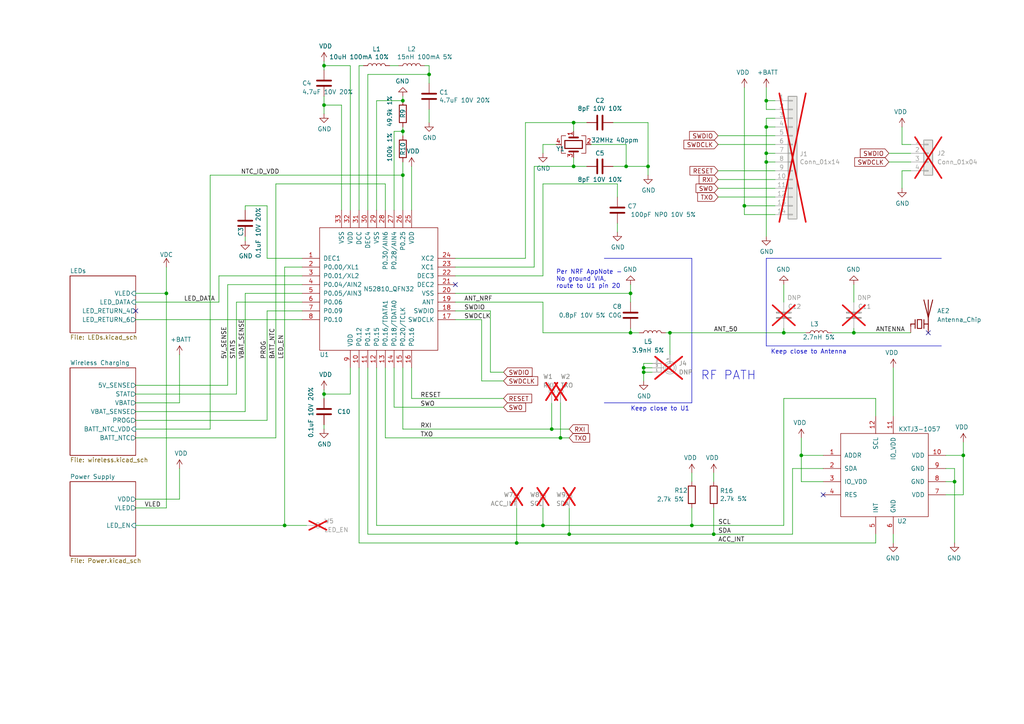
<source format=kicad_sch>
(kicad_sch (version 20231120) (generator "eeschema") (generator_version "8.0")
  (paper "A4")
  (title_block (title "Pixels D6 Schematic, Main") (date "2022-08-26") (rev "3") (company "Systemic Games, LLC") (comment 1 "Main MCU, Accelerometer and RF"))
  (lib_symbols
    (symbol "Connector_Generic:Conn_01x04" (pin_names (offset 1.016) hide)
      (property "Reference" "J" (at 0 5.08 0))
      (property "Value" "Conn_01x04" (at 0 -7.62 0))
      (symbol "Conn_01x04_1_1"
        (rectangle (start -1.27 -4.953) (end 0 -5.207) (stroke (width 0.1524)))
        (rectangle (start -1.27 -2.413) (end 0 -2.667) (stroke (width 0.1524)))
        (rectangle (start -1.27 0.127) (end 0 -0.127) (stroke (width 0.1524)))
        (rectangle (start -1.27 2.667) (end 0 2.413) (stroke (width 0.1524)))
        (rectangle (start -1.27 3.81) (end 1.27 -6.35) (stroke (width 0.254)) (fill (type background)))
        (pin passive line (at -5.08 2.54 0) (length 3.81) (name "Pin_1") (number "1"))
        (pin passive line (at -5.08 0 0) (length 3.81) (name "Pin_2") (number "2"))
        (pin passive line (at -5.08 -2.54 0) (length 3.81) (name "Pin_3") (number "3"))
        (pin passive line (at -5.08 -5.08 0) (length 3.81) (name "Pin_4") (number "4"))
      )
    )
    (symbol "Connector_Generic:Conn_01x14" (pin_names (offset 1.016) hide)
      (property "Reference" "J" (at 0 17.78 0))
      (property "Value" "Conn_01x14" (at 0 -20.32 0))
      (symbol "Conn_01x14_1_1"
        (rectangle (start -1.27 -17.653) (end 0 -17.907) (stroke (width 0.1524)))
        (rectangle (start -1.27 -15.113) (end 0 -15.367) (stroke (width 0.1524)))
        (rectangle (start -1.27 -12.573) (end 0 -12.827) (stroke (width 0.1524)))
        (rectangle (start -1.27 -10.033) (end 0 -10.287) (stroke (width 0.1524)))
        (rectangle (start -1.27 -7.493) (end 0 -7.747) (stroke (width 0.1524)))
        (rectangle (start -1.27 -4.953) (end 0 -5.207) (stroke (width 0.1524)))
        (rectangle (start -1.27 -2.413) (end 0 -2.667) (stroke (width 0.1524)))
        (rectangle (start -1.27 0.127) (end 0 -0.127) (stroke (width 0.1524)))
        (rectangle (start -1.27 2.667) (end 0 2.413) (stroke (width 0.1524)))
        (rectangle (start -1.27 5.207) (end 0 4.953) (stroke (width 0.1524)))
        (rectangle (start -1.27 7.747) (end 0 7.493) (stroke (width 0.1524)))
        (rectangle (start -1.27 10.287) (end 0 10.033) (stroke (width 0.1524)))
        (rectangle (start -1.27 12.827) (end 0 12.573) (stroke (width 0.1524)))
        (rectangle (start -1.27 15.367) (end 0 15.113) (stroke (width 0.1524)))
        (rectangle (start -1.27 16.51) (end 1.27 -19.05) (stroke (width 0.254)) (fill (type background)))
        (pin passive line (at -5.08 15.24 0) (length 3.81) (name "Pin_1") (number "1"))
        (pin passive line (at -5.08 -7.62 0) (length 3.81) (name "Pin_10") (number "10"))
        (pin passive line (at -5.08 -10.16 0) (length 3.81) (name "Pin_11") (number "11"))
        (pin passive line (at -5.08 -12.7 0) (length 3.81) (name "Pin_12") (number "12"))
        (pin passive line (at -5.08 -15.24 0) (length 3.81) (name "Pin_13") (number "13"))
        (pin passive line (at -5.08 -17.78 0) (length 3.81) (name "Pin_14") (number "14"))
        (pin passive line (at -5.08 12.7 0) (length 3.81) (name "Pin_2") (number "2"))
        (pin passive line (at -5.08 10.16 0) (length 3.81) (name "Pin_3") (number "3"))
        (pin passive line (at -5.08 7.62 0) (length 3.81) (name "Pin_4") (number "4"))
        (pin passive line (at -5.08 5.08 0) (length 3.81) (name "Pin_5") (number "5"))
        (pin passive line (at -5.08 2.54 0) (length 3.81) (name "Pin_6") (number "6"))
        (pin passive line (at -5.08 0 0) (length 3.81) (name "Pin_7") (number "7"))
        (pin passive line (at -5.08 -2.54 0) (length 3.81) (name "Pin_8") (number "8"))
        (pin passive line (at -5.08 -5.08 0) (length 3.81) (name "Pin_9") (number "9"))
      )
    )
    (symbol "Device:Antenna_Chip" (pin_numbers hide) (pin_names (offset 1.016) hide)
      (property "Reference" "AE" (at 0 5.08 0))
      (property "Value" "Antenna_Chip" (at 0 3.175 0))
      (symbol "Antenna_Chip_0_1"
        (polyline (pts (xy -2.54 0) (xy -2.54 -0.635)) (stroke (width 0.254)))
        (polyline (pts (xy -2.54 0) (xy -1.27 0)) (stroke (width 0.254)))
        (polyline (pts (xy 1.27 0) (xy 2.54 0)) (stroke (width 0.254)))
        (polyline (pts (xy 1.27 1.27) (xy 1.27 -1.27)) (stroke (width 0.254)))
        (polyline (pts (xy 2.54 -0.635) (xy 2.54 0)))
        (polyline (pts (xy 2.54 6.985) (xy 2.54 -1.905)) (stroke (width 0.254)))
        (polyline (pts (xy -1.27 1.27) (xy -1.27 -1.27) (xy -1.27 0)) (stroke (width 0.254)))
        (polyline (pts (xy 3.81 6.985) (xy 2.54 1.905) (xy 1.27 6.985)) (stroke (width 0.254)))
        (polyline (pts (xy -0.635 1.27) (xy 0.635 1.27) (xy 0.635 -1.27) (xy -0.635 -1.27) (xy -0.635 1.27)) (stroke (width 0.254)))
      )
      (symbol "Antenna_Chip_1_1"
        (pin input line (at -2.54 -2.54 90) (length 2.54) (name "FEED") (number "1"))
        (pin passive line (at 2.54 -2.54 90) (length 2.54) (name "PCB_Trace") (number "2"))
      )
    )
    (symbol "Device:C" (pin_numbers hide) (pin_names (offset 0.254))
      (property "Reference" "C" (at 0.635 2.54 0))
      (property "Value" "C" (at 0.635 -2.54 0))
      (symbol "C_0_1"
        (polyline (pts (xy -2.032 -0.762) (xy 2.032 -0.762)) (stroke (width 0.508)))
        (polyline (pts (xy -2.032 0.762) (xy 2.032 0.762)) (stroke (width 0.508)))
      )
      (symbol "C_1_1"
        (pin passive line (at 0 3.81 270) (length 2.794) (name "~") (number "1"))
        (pin passive line (at 0 -3.81 90) (length 2.794) (name "~") (number "2"))
      )
    )
    (symbol "Device:Crystal_GND24" (pin_names (offset 1.016) hide)
      (property "Reference" "Y" (at 3.175 5.08 0))
      (property "Value" "Crystal_GND24" (at 3.175 3.175 0))
      (symbol "Crystal_GND24_0_1"
        (rectangle (start -1.143 2.54) (end 1.143 -2.54) (stroke (width 0.3048)))
        (polyline (pts (xy -2.54 0) (xy -2.032 0)))
        (polyline (pts (xy -2.032 -1.27) (xy -2.032 1.27)) (stroke (width 0.508)))
        (polyline (pts (xy 0 -3.81) (xy 0 -3.556)))
        (polyline (pts (xy 0 3.556) (xy 0 3.81)))
        (polyline (pts (xy 2.032 -1.27) (xy 2.032 1.27)) (stroke (width 0.508)))
        (polyline (pts (xy 2.032 0) (xy 2.54 0)))
        (polyline (pts (xy -2.54 -2.286) (xy -2.54 -3.556) (xy 2.54 -3.556) (xy 2.54 -2.286)))
        (polyline (pts (xy -2.54 2.286) (xy -2.54 3.556) (xy 2.54 3.556) (xy 2.54 2.286)))
      )
      (symbol "Crystal_GND24_1_1"
        (pin passive line (at -3.81 0 0) (length 1.27) (name "1") (number "1"))
        (pin passive line (at 0 5.08 270) (length 1.27) (name "2") (number "2"))
        (pin passive line (at 3.81 0 180) (length 1.27) (name "3") (number "3"))
        (pin passive line (at 0 -5.08 90) (length 1.27) (name "4") (number "4"))
      )
    )
    (symbol "Device:L" (pin_numbers hide) (pin_names (offset 1.016) hide)
      (property "Reference" "L" (at -1.27 0 90))
      (property "Value" "L" (at 1.905 0 90))
      (symbol "L_0_1"
        (arc (start 0 -2.54) (mid 0.6323 -1.905) (end 0 -1.27))
        (arc (start 0 -1.27) (mid 0.6323 -0.635) (end 0 0))
        (arc (start 0 0) (mid 0.6323 0.635) (end 0 1.27))
        (arc (start 0 1.27) (mid 0.6323 1.905) (end 0 2.54))
      )
      (symbol "L_1_1"
        (pin passive line (at 0 3.81 270) (length 1.27) (name "1") (number "1"))
        (pin passive line (at 0 -3.81 90) (length 1.27) (name "2") (number "2"))
      )
    )
    (symbol "Device:R" (pin_numbers hide) (pin_names (offset 0))
      (property "Reference" "R" (at 2.032 0 90))
      (property "Value" "R" (at 0 0 90))
      (symbol "R_0_1"
        (rectangle (start -1.016 -2.54) (end 1.016 2.54) (stroke (width 0.254)))
      )
      (symbol "R_1_1"
        (pin passive line (at 0 3.81 270) (length 1.27) (name "~") (number "1"))
        (pin passive line (at 0 -3.81 90) (length 1.27) (name "~") (number "2"))
      )
    )
    (symbol "Pixels-dice:KXTJ3-1057" (pin_names (offset 1.016))
      (property "Reference" "U" (at 10.16 -12.7 0))
      (property "Value" "KXTJ3-1057" (at 8.89 13.97 0))
      (symbol "KXTJ3-1057_0_1"
        (rectangle (start -12.7 12.7) (end 12.7 -11.43))
      )
      (symbol "KXTJ3-1057_1_1"
        (pin input line (at -17.78 6.35 0) (length 5.08) (name "ADDR") (number "1"))
        (pin power_in line (at 17.78 6.35 180) (length 5.08) (name "VDD") (number "10"))
        (pin power_in line (at 2.54 17.78 270) (length 5.08) (name "IO_VDD") (number "11"))
        (pin input line (at -2.54 17.78 270) (length 5.08) (name "SCL") (number "12"))
        (pin bidirectional line (at -17.78 2.54 0) (length 5.08) (name "SDA") (number "2"))
        (pin power_in line (at -17.78 -1.27 0) (length 5.08) (name "IO_VDD") (number "3"))
        (pin passive line (at -17.78 -5.08 0) (length 5.08) (name "RES") (number "4"))
        (pin output line (at -2.54 -16.51 90) (length 5.08) (name "INT") (number "5"))
        (pin power_in line (at 2.54 -16.51 90) (length 5.08) (name "GND") (number "6"))
        (pin power_in line (at 17.78 -5.08 180) (length 5.08) (name "VDD") (number "7"))
        (pin power_in line (at 17.78 -1.27 180) (length 5.08) (name "GND") (number "8"))
        (pin power_in line (at 17.78 2.54 180) (length 5.08) (name "GND") (number "9"))
      )
    )
    (symbol "Pixels-dice:N52810_QFN32" (pin_names (offset 1.016))
      (property "Reference" "U" (at 13.97 -19.05 0))
      (property "Value" "N52810_QFN32" (at 2.54 0 0))
      (symbol "N52810_QFN32_0_1"
        (rectangle (start -17.78 17.78) (end 16.51 -17.78))
      )
      (symbol "N52810_QFN32_1_1"
        (pin power_out line (at -22.86 8.89 0) (length 5.08) (name "DEC1") (number "1"))
        (pin bidirectional line (at -6.35 -22.86 90) (length 5.08) (name "P0.12") (number "10"))
        (pin bidirectional line (at -3.81 -22.86 90) (length 5.08) (name "P0.14") (number "11"))
        (pin bidirectional line (at -1.27 -22.86 90) (length 5.08) (name "P0.15") (number "12"))
        (pin bidirectional line (at 1.27 -22.86 90) (length 5.08) (name "P0.16/TDATA1") (number "13"))
        (pin bidirectional line (at 3.81 -22.86 90) (length 5.08) (name "P0.18/TDATA0") (number "14"))
        (pin bidirectional line (at 6.35 -22.86 90) (length 5.08) (name "P0.20/TCLK") (number "15"))
        (pin bidirectional line (at 8.89 -22.86 90) (length 5.08) (name "P0.16") (number "16"))
        (pin bidirectional line (at 21.59 -8.89 180) (length 5.08) (name "SWDCLK") (number "17"))
        (pin bidirectional line (at 21.59 -6.35 180) (length 5.08) (name "SWDIO") (number "18"))
        (pin output line (at 21.59 -3.81 180) (length 5.08) (name "ANT") (number "19"))
        (pin bidirectional line (at -22.86 6.35 0) (length 5.08) (name "P0.00/XL1") (number "2"))
        (pin output line (at 21.59 -1.27 180) (length 5.08) (name "VSS") (number "20"))
        (pin output line (at 21.59 1.27 180) (length 5.08) (name "DEC2") (number "21"))
        (pin output line (at 21.59 3.81 180) (length 5.08) (name "DEC3") (number "22"))
        (pin output line (at 21.59 6.35 180) (length 5.08) (name "XC1") (number "23"))
        (pin input line (at 21.59 8.89 180) (length 5.08) (name "XC2") (number "24"))
        (pin power_in line (at 8.89 22.86 270) (length 5.08) (name "VDD") (number "25"))
        (pin bidirectional line (at 6.35 22.86 270) (length 5.08) (name "P0.25") (number "26"))
        (pin bidirectional line (at 3.81 22.86 270) (length 5.08) (name "P0.28/AIN4") (number "27"))
        (pin bidirectional line (at 1.27 22.86 270) (length 5.08) (name "P0.30/AIN6") (number "28"))
        (pin power_in line (at -1.27 22.86 270) (length 5.08) (name "VSS") (number "29"))
        (pin bidirectional line (at -22.86 3.81 0) (length 5.08) (name "P0.01/XL2") (number "3"))
        (pin output line (at -3.81 22.86 270) (length 5.08) (name "DEC4") (number "30"))
        (pin output line (at -6.35 22.86 270) (length 5.08) (name "DCC") (number "31"))
        (pin power_in line (at -8.89 22.86 270) (length 5.08) (name "VDD") (number "32"))
        (pin power_in line (at -11.43 22.86 270) (length 5.08) (name "VSS") (number "33"))
        (pin bidirectional line (at -22.86 1.27 0) (length 5.08) (name "P0.04/AIN2") (number "4"))
        (pin bidirectional line (at -22.86 -1.27 0) (length 5.08) (name "P0.05/AIN3") (number "5"))
        (pin bidirectional line (at -22.86 -3.81 0) (length 5.08) (name "P0.06") (number "6"))
        (pin bidirectional line (at -22.86 -6.35 0) (length 5.08) (name "P0.09") (number "7"))
        (pin bidirectional line (at -22.86 -8.89 0) (length 5.08) (name "P0.10") (number "8"))
        (pin power_in line (at -8.89 -22.86 90) (length 5.08) (name "VDD") (number "9"))
      )
    )
    (symbol "Pixels-dice:TEST_1P-conn" (pin_numbers hide) (pin_names (offset 0.762) hide) (in_bom no)
      (property "Reference" "W" (at 0 6.858 0))
      (property "Value" "TEST_1P-conn" (at 0 5.08 0))
      (symbol "TEST_1P-conn_0_1"
        (circle (center 0 3.302) (radius 0.762))
      )
      (symbol "TEST_1P-conn_1_1"
        (pin passive line (at 0 0 90) (length 2.54) (name "1") (number "1"))
      )
    )
    (symbol "Pixels-dice:W.FL"
      (property "Reference" "J" (at 3.81 -1.27 0))
      (property "Value" "W.FL" (at 4.445 1.27 0))
      (symbol "W.FL_0_1"
        (polyline (pts (xy -1.27 -2.54) (xy 1.27 -2.54)))
        (polyline (pts (xy 0 -2.54) (xy 0 -1.905)))
        (circle (center 0 0) (radius 1.27))
        (circle (center 0 0) (radius 1.7961))
      )
      (symbol "W.FL_1_1"
        (pin passive line (at 1.27 -5.08 90) (length 2.54) (name "") (number "1"))
        (pin passive line (at -1.27 -5.08 90) (length 2.54) (name "") (number "2"))
        (pin passive line (at 0 -5.08 90) (length 2.54) (name "") (number "3"))
        (pin passive line (at -3.81 0 0) (length 2.54) (name "RF") (number "4"))
      )
    )
    (symbol "TEST_1P-conn_1" (pin_numbers hide) (pin_names (offset 0.762) hide) (in_bom no)
      (property "Reference" "W" (at 0 6.858 0))
      (property "Value" "TEST_1P-conn_1" (at 0 5.08 0))
      (symbol "TEST_1P-conn_1_0_1"
        (circle (center 0 3.302) (radius 0.762))
      )
      (symbol "TEST_1P-conn_1_1_1"
        (pin passive line (at 0 0 90) (length 2.54) (name "1") (number "1"))
      )
    )
    (symbol "TEST_1P-conn_2" (pin_numbers hide) (pin_names (offset 0.762) hide) (in_bom no)
      (property "Reference" "W" (at 0 6.858 0))
      (property "Value" "TEST_1P-conn_2" (at 0 5.08 0))
      (symbol "TEST_1P-conn_2_0_1"
        (circle (center 0 3.302) (radius 0.762))
      )
      (symbol "TEST_1P-conn_2_1_1"
        (pin passive line (at 0 0 90) (length 2.54) (name "1") (number "1"))
      )
    )
    (symbol "TEST_1P-conn_3" (pin_numbers hide) (pin_names (offset 0.762) hide) (in_bom no)
      (property "Reference" "W" (at 0 6.858 0))
      (property "Value" "TEST_1P-conn_3" (at 0 5.08 0))
      (symbol "TEST_1P-conn_3_0_1"
        (circle (center 0 3.302) (radius 0.762))
      )
      (symbol "TEST_1P-conn_3_1_1"
        (pin passive line (at 0 0 90) (length 2.54) (name "1") (number "1"))
      )
    )
    (symbol "TEST_1P-conn_4" (pin_numbers hide) (pin_names (offset 0.762) hide) (in_bom no)
      (property "Reference" "W" (at 0 6.858 0))
      (property "Value" "TEST_1P-conn_4" (at 0 5.08 0))
      (symbol "TEST_1P-conn_4_0_1"
        (circle (center 0 3.302) (radius 0.762))
      )
      (symbol "TEST_1P-conn_4_1_1"
        (pin passive line (at 0 0 90) (length 2.54) (name "1") (number "1"))
      )
    )
    (symbol "TEST_1P-conn_5" (pin_numbers hide) (pin_names (offset 0.762) hide) (in_bom no)
      (property "Reference" "W" (at 0 6.858 0))
      (property "Value" "TEST_1P-conn_5" (at 0 5.08 0))
      (symbol "TEST_1P-conn_5_0_1"
        (circle (center 0 3.302) (radius 0.762))
      )
      (symbol "TEST_1P-conn_5_1_1"
        (pin passive line (at 0 0 90) (length 2.54) (name "1") (number "1"))
      )
    )
    (symbol "power:+BATT" (power) (pin_names (offset 0))
      (property "Value" "+BATT" (at 0 3.556 0))
      (symbol "+BATT_0_1"
        (polyline (pts (xy -0.762 1.27) (xy 0 2.54)))
        (polyline (pts (xy 0 0) (xy 0 2.54)))
        (polyline (pts (xy 0 2.54) (xy 0.762 1.27)))
      )
      (symbol "+BATT_1_1"
        (pin power_in line (at 0 0 90) (length 0) hide (name "+BATT") (number "1"))
      )
    )
    (symbol "power:GND" (power) (pin_names (offset 0))
      (property "Value" "GND" (at 0 -3.81 0))
      (symbol "GND_0_1"
        (polyline (pts (xy 0 0) (xy 0 -1.27) (xy 1.27 -1.27) (xy 0 -2.54) (xy -1.27 -1.27) (xy 0 -1.27)))
      )
      (symbol "GND_1_1"
        (pin power_in line (at 0 0 270) (length 0) hide (name "GND") (number "1"))
      )
    )
    (symbol "power:VDC" (power) (pin_names (offset 0))
      (property "Value" "VDC" (at 0 6.35 0))
      (symbol "VDC_0_1"
        (polyline (pts (xy -0.762 1.27) (xy 0 2.54)))
        (polyline (pts (xy 0 0) (xy 0 2.54)))
        (polyline (pts (xy 0 2.54) (xy 0.762 1.27)))
      )
      (symbol "VDC_1_1"
        (pin power_in line (at 0 0 90) (length 0) hide (name "VDC") (number "1"))
      )
    )
    (symbol "power:VDD" (power) (pin_names (offset 0))
      (property "Value" "VDD" (at 0 3.81 0))
      (symbol "VDD_0_1"
        (polyline (pts (xy -0.762 1.27) (xy 0 2.54)))
        (polyline (pts (xy 0 0) (xy 0 2.54)))
        (polyline (pts (xy 0 2.54) (xy 0.762 1.27)))
      )
      (symbol "VDD_1_1"
        (pin power_in line (at 0 0 90) (length 0) hide (name "VDD") (number "1"))
      )
    )
  )
  (junction (at 279.4 132.08))
  (junction (at 227.33 96.52))
  (junction (at 181.61 48.26))
  (junction (at 276.86 139.7))
  (junction (at 93.98 30.48))
  (junction (at 116.84 50.8))
  (junction (at 93.98 19.05))
  (junction (at 194.31 96.52))
  (junction (at 116.84 38.1))
  (junction (at 186.69 106.68))
  (junction (at 166.37 48.26))
  (junction (at 149.86 157.48))
  (junction (at 165.1 154.94))
  (junction (at 207.01 154.94))
  (junction (at 222.25 36.83))
  (junction (at 93.98 114.3))
  (junction (at 182.88 85.09))
  (junction (at 82.55 152.4))
  (junction (at 222.25 44.45))
  (junction (at 116.84 29.21))
  (junction (at 222.25 29.21))
  (junction (at 187.96 48.26))
  (junction (at 222.25 46.99))
  (junction (at 48.26 85.09))
  (junction (at 162.56 127))
  (junction (at 124.46 21.59))
  (junction (at 232.41 132.08))
  (junction (at 215.9 59.69))
  (junction (at 157.48 152.4))
  (junction (at 182.88 96.52))
  (junction (at 186.69 107.95))
  (junction (at 160.02 124.46))
  (junction (at 200.66 152.4))
  (junction (at 166.37 35.56))
  (junction (at 247.65 96.52))
  (no_connect (at 132.08 82.55))
  (no_connect (at 238.76 143.51))
  (no_connect (at 269.24 96.52))
  (no_connect (at 39.37 90.17))
  (wire (pts (xy 99.06 30.48) (xy 93.98 30.48)))
  (wire (pts (xy 99.06 60.96) (xy 99.06 30.48)))
  (wire (pts (xy 222.25 34.29) (xy 222.25 36.83)))
  (wire (pts (xy 207.01 137.16) (xy 207.01 139.7)))
  (wire (pts (xy 193.04 96.52) (xy 194.31 96.52)))
  (wire (pts (xy 60.96 50.8) (xy 60.96 124.46)))
  (wire (pts (xy 149.86 147.32) (xy 149.86 157.48)))
  (wire (pts (xy 109.22 29.21) (xy 109.22 60.96)))
  (wire (pts (xy 181.61 41.91) (xy 181.61 48.26)))
  (wire (pts (xy 154.94 77.47) (xy 154.94 48.26)))
  (wire (pts (xy 93.98 19.05) (xy 93.98 20.32)))
  (wire (pts (xy 232.41 139.7) (xy 232.41 132.08)))
  (wire (pts (xy 279.4 143.51) (xy 274.32 143.51)))
  (wire (pts (xy 101.6 19.05) (xy 93.98 19.05)))
  (wire (pts (xy 177.8 48.26) (xy 181.61 48.26)))
  (wire (pts (xy 157.48 80.01) (xy 132.08 80.01)))
  (wire (pts (xy 139.7 110.49) (xy 146.05 110.49)))
  (wire (pts (xy 132.08 74.93) (xy 152.4 74.93)))
  (wire (pts (xy 238.76 135.89) (xy 229.87 135.89)))
  (wire (pts (xy 106.68 154.94) (xy 106.68 106.68)))
  (wire (pts (xy 261.62 49.53) (xy 264.16 49.53)))
  (wire (pts (xy 207.01 147.32) (xy 207.01 154.94)))
  (wire (pts (xy 241.3 96.52) (xy 247.65 96.52)))
  (wire (pts (xy 257.81 46.99) (xy 264.16 46.99)))
  (wire (pts (xy 189.23 106.68) (xy 186.69 106.68)))
  (wire (pts (xy 187.96 35.56) (xy 187.96 48.26)))
  (wire (pts (xy 224.79 46.99) (xy 222.25 46.99)))
  (wire (pts (xy 160.02 124.46) (xy 165.1 124.46)))
  (wire (pts (xy 166.37 35.56) (xy 170.18 35.56)))
  (wire (pts (xy 259.08 154.94) (xy 259.08 157.48)))
  (wire (pts (xy 39.37 114.3) (xy 68.58 114.3)))
  (wire (pts (xy 208.28 41.91) (xy 224.79 41.91)))
  (wire (pts (xy 39.37 147.32) (xy 48.26 147.32)))
  (wire (pts (xy 215.9 59.69) (xy 215.9 62.23)))
  (wire (pts (xy 116.84 124.46) (xy 116.84 106.68)))
  (wire (pts (xy 68.58 87.63) (xy 68.58 114.3)))
  (wire (pts (xy 162.56 127) (xy 165.1 127)))
  (wire (pts (xy 80.01 53.34) (xy 111.76 53.34)))
  (wire (pts (xy 111.76 53.34) (xy 111.76 60.96)))
  (wire (pts (xy 124.46 31.75) (xy 124.46 35.56)))
  (wire (pts (xy 39.37 111.76) (xy 66.04 111.76)))
  (wire (pts (xy 93.98 114.3) (xy 93.98 115.57)))
  (wire (pts (xy 149.86 157.48) (xy 254 157.48)))
  (wire (pts (xy 66.04 82.55) (xy 66.04 111.76)))
  (wire (pts (xy 224.79 59.69) (xy 215.9 59.69)))
  (wire (pts (xy 274.32 139.7) (xy 276.86 139.7)))
  (wire (pts (xy 152.4 74.93) (xy 152.4 35.56)))
  (wire (pts (xy 132.08 90.17) (xy 142.24 90.17)))
  (wire (pts (xy 186.69 107.95) (xy 186.69 110.49)))
  (wire (pts (xy 114.3 106.68) (xy 114.3 118.11)))
  (wire (pts (xy 109.22 106.68) (xy 109.22 152.4)))
  (wire (pts (xy 101.6 60.96) (xy 101.6 19.05)))
  (wire (pts (xy 39.37 87.63) (xy 63.5 87.63)))
  (wire (pts (xy 254 120.65) (xy 254 115.57)))
  (wire (pts (xy 222.25 31.75) (xy 224.79 31.75)))
  (wire (pts (xy 93.98 114.3) (xy 93.98 113.03)))
  (wire (pts (xy 182.88 96.52) (xy 185.42 96.52)))
  (wire (pts (xy 142.24 107.95) (xy 146.05 107.95)))
  (wire (pts (xy 222.25 29.21) (xy 222.25 31.75)))
  (wire (pts (xy 161.29 41.91) (xy 157.48 41.91)))
  (wire (pts (xy 182.88 85.09) (xy 182.88 87.63)))
  (wire (pts (xy 160.02 116.84) (xy 160.02 124.46)))
  (wire (pts (xy 39.37 127) (xy 80.01 127)))
  (wire (pts (xy 222.25 44.45) (xy 222.25 46.99)))
  (wire (pts (xy 52.07 144.78) (xy 52.07 135.89)))
  (wire (pts (xy 104.14 19.05) (xy 104.14 60.96)))
  (wire (pts (xy 114.3 38.1) (xy 114.3 60.96)))
  (wire (pts (xy 123.19 19.05) (xy 124.46 19.05)))
  (wire (pts (xy 124.46 21.59) (xy 106.68 21.59)))
  (wire (pts (xy 165.1 154.94) (xy 207.01 154.94)))
  (wire (pts (xy 208.28 49.53) (xy 224.79 49.53)))
  (wire (pts (xy 232.41 132.08) (xy 238.76 132.08)))
  (wire (pts (xy 194.31 96.52) (xy 194.31 102.87)))
  (wire (pts (xy 186.69 106.68) (xy 186.69 107.95)))
  (wire (pts (xy 177.8 35.56) (xy 187.96 35.56)))
  (wire (pts (xy 227.33 95.25) (xy 227.33 96.52)))
  (wire (pts (xy 222.25 36.83) (xy 222.25 44.45)))
  (polyline (pts (xy 222.25 74.93) (xy 222.25 100.33)))
  (wire (pts (xy 39.37 85.09) (xy 48.26 85.09)))
  (wire (pts (xy 274.32 135.89) (xy 276.86 135.89)))
  (wire (pts (xy 279.4 132.08) (xy 279.4 143.51)))
  (wire (pts (xy 114.3 38.1) (xy 116.84 38.1)))
  (wire (pts (xy 261.62 41.91) (xy 264.16 41.91)))
  (wire (pts (xy 132.08 85.09) (xy 182.88 85.09)))
  (polyline (pts (xy 200.66 74.93) (xy 200.66 116.84)))
  (wire (pts (xy 257.81 44.45) (xy 264.16 44.45)))
  (wire (pts (xy 182.88 95.25) (xy 182.88 96.52)))
  (wire (pts (xy 154.94 48.26) (xy 166.37 48.26)))
  (wire (pts (xy 261.62 36.83) (xy 261.62 41.91)))
  (wire (pts (xy 232.41 132.08) (xy 232.41 127)))
  (wire (pts (xy 101.6 114.3) (xy 93.98 114.3)))
  (wire (pts (xy 157.48 87.63) (xy 157.48 96.52)))
  (wire (pts (xy 189.23 107.95) (xy 186.69 107.95)))
  (wire (pts (xy 116.84 50.8) (xy 116.84 60.96)))
  (wire (pts (xy 111.76 127) (xy 162.56 127)))
  (wire (pts (xy 227.33 115.57) (xy 227.33 152.4)))
  (wire (pts (xy 276.86 139.7) (xy 276.86 157.48)))
  (wire (pts (xy 82.55 77.47) (xy 82.55 152.4)))
  (wire (pts (xy 189.23 105.41) (xy 186.69 105.41)))
  (wire (pts (xy 200.66 137.16) (xy 200.66 139.7)))
  (wire (pts (xy 88.9 152.4) (xy 82.55 152.4)))
  (wire (pts (xy 222.25 34.29) (xy 224.79 34.29)))
  (wire (pts (xy 166.37 48.26) (xy 170.18 48.26)))
  (wire (pts (xy 132.08 87.63) (xy 157.48 87.63)))
  (wire (pts (xy 215.9 62.23) (xy 224.79 62.23)))
  (wire (pts (xy 222.25 46.99) (xy 222.25 68.58)))
  (wire (pts (xy 116.84 124.46) (xy 160.02 124.46)))
  (wire (pts (xy 179.07 53.34) (xy 179.07 57.15)))
  (wire (pts (xy 116.84 27.94) (xy 116.84 29.21)))
  (wire (pts (xy 119.38 106.68) (xy 119.38 115.57)))
  (wire (pts (xy 227.33 96.52) (xy 233.68 96.52)))
  (wire (pts (xy 261.62 49.53) (xy 261.62 54.61)))
  (wire (pts (xy 208.28 57.15) (xy 224.79 57.15)))
  (wire (pts (xy 157.48 152.4) (xy 200.66 152.4)))
  (wire (pts (xy 152.4 35.56) (xy 166.37 35.56)))
  (wire (pts (xy 63.5 80.01) (xy 87.63 80.01)))
  (wire (pts (xy 182.88 82.55) (xy 182.88 85.09)))
  (wire (pts (xy 39.37 144.78) (xy 52.07 144.78)))
  (wire (pts (xy 39.37 119.38) (xy 71.12 119.38)))
  (wire (pts (xy 124.46 19.05) (xy 124.46 21.59)))
  (wire (pts (xy 48.26 85.09) (xy 48.26 147.32)))
  (wire (pts (xy 82.55 77.47) (xy 87.63 77.47)))
  (wire (pts (xy 200.66 152.4) (xy 227.33 152.4)))
  (wire (pts (xy 106.68 154.94) (xy 165.1 154.94)))
  (wire (pts (xy 119.38 48.26) (xy 119.38 60.96)))
  (wire (pts (xy 82.55 152.4) (xy 39.37 152.4)))
  (wire (pts (xy 208.28 54.61) (xy 224.79 54.61)))
  (wire (pts (xy 87.63 82.55) (xy 66.04 82.55)))
  (wire (pts (xy 116.84 46.99) (xy 116.84 50.8)))
  (wire (pts (xy 104.14 19.05) (xy 105.41 19.05)))
  (wire (pts (xy 77.47 90.17) (xy 87.63 90.17)))
  (wire (pts (xy 247.65 95.25) (xy 247.65 96.52)))
  (wire (pts (xy 39.37 92.71) (xy 87.63 92.71)))
  (wire (pts (xy 104.14 157.48) (xy 149.86 157.48)))
  (wire (pts (xy 139.7 92.71) (xy 139.7 110.49)))
  (wire (pts (xy 77.47 74.93) (xy 87.63 74.93)))
  (wire (pts (xy 171.45 41.91) (xy 181.61 41.91)))
  (wire (pts (xy 93.98 19.05) (xy 93.98 17.78)))
  (wire (pts (xy 39.37 124.46) (xy 60.96 124.46)))
  (polyline (pts (xy 222.25 74.93) (xy 273.05 74.93)))
  (wire (pts (xy 93.98 30.48) (xy 93.98 33.02)))
  (wire (pts (xy 39.37 121.92) (xy 77.47 121.92)))
  (polyline (pts (xy 175.26 116.84) (xy 200.66 116.84)))
  (wire (pts (xy 157.48 96.52) (xy 182.88 96.52)))
  (wire (pts (xy 48.26 85.09) (xy 48.26 77.47)))
  (wire (pts (xy 227.33 82.55) (xy 227.33 87.63)))
  (wire (pts (xy 132.08 92.71) (xy 139.7 92.71)))
  (wire (pts (xy 194.31 96.52) (xy 227.33 96.52)))
  (wire (pts (xy 165.1 147.32) (xy 165.1 154.94)))
  (wire (pts (xy 229.87 135.89) (xy 229.87 154.94)))
  (wire (pts (xy 224.79 44.45) (xy 222.25 44.45)))
  (wire (pts (xy 71.12 68.58) (xy 71.12 69.85)))
  (wire (pts (xy 146.05 115.57) (xy 119.38 115.57)))
  (wire (pts (xy 116.84 38.1) (xy 116.84 39.37)))
  (wire (pts (xy 222.25 25.4) (xy 222.25 29.21)))
  (wire (pts (xy 162.56 116.84) (xy 162.56 127)))
  (wire (pts (xy 157.48 147.32) (xy 157.48 152.4)))
  (wire (pts (xy 77.47 59.69) (xy 71.12 59.69)))
  (wire (pts (xy 247.65 96.52) (xy 264.16 96.52)))
  (wire (pts (xy 142.24 90.17) (xy 142.24 107.95)))
  (wire (pts (xy 109.22 29.21) (xy 116.84 29.21)))
  (wire (pts (xy 186.69 105.41) (xy 186.69 106.68)))
  (wire (pts (xy 279.4 128.27) (xy 279.4 132.08)))
  (wire (pts (xy 93.98 27.94) (xy 93.98 30.48)))
  (wire (pts (xy 157.48 53.34) (xy 157.48 80.01)))
  (wire (pts (xy 254 154.94) (xy 254 157.48)))
  (wire (pts (xy 106.68 21.59) (xy 106.68 60.96)))
  (wire (pts (xy 71.12 85.09) (xy 71.12 119.38)))
  (wire (pts (xy 181.61 48.26) (xy 187.96 48.26)))
  (wire (pts (xy 77.47 74.93) (xy 77.47 59.69)))
  (wire (pts (xy 207.01 154.94) (xy 229.87 154.94)))
  (wire (pts (xy 116.84 36.83) (xy 116.84 38.1)))
  (wire (pts (xy 63.5 87.63) (xy 63.5 80.01)))
  (wire (pts (xy 80.01 53.34) (xy 80.01 127)))
  (wire (pts (xy 39.37 116.84) (xy 52.07 116.84)))
  (wire (pts (xy 247.65 82.55) (xy 247.65 87.63)))
  (wire (pts (xy 104.14 106.68) (xy 104.14 157.48)))
  (wire (pts (xy 179.07 64.77) (xy 179.07 67.31)))
  (wire (pts (xy 157.48 41.91) (xy 157.48 44.45)))
  (wire (pts (xy 68.58 87.63) (xy 87.63 87.63)))
  (wire (pts (xy 113.03 19.05) (xy 115.57 19.05)))
  (wire (pts (xy 187.96 48.26) (xy 187.96 50.8)))
  (wire (pts (xy 166.37 45.72) (xy 166.37 48.26)))
  (wire (pts (xy 208.28 39.37) (xy 224.79 39.37)))
  (wire (pts (xy 166.37 38.1) (xy 166.37 35.56)))
  (wire (pts (xy 279.4 132.08) (xy 274.32 132.08)))
  (wire (pts (xy 254 115.57) (xy 227.33 115.57)))
  (wire (pts (xy 179.07 53.34) (xy 157.48 53.34)))
  (wire (pts (xy 238.76 139.7) (xy 232.41 139.7)))
  (polyline (pts (xy 222.25 100.33) (xy 273.05 100.33)))
  (wire (pts (xy 146.05 118.11) (xy 114.3 118.11)))
  (wire (pts (xy 71.12 59.69) (xy 71.12 60.96)))
  (wire (pts (xy 224.79 36.83) (xy 222.25 36.83)))
  (wire (pts (xy 77.47 121.92) (xy 77.47 90.17)))
  (wire (pts (xy 111.76 127) (xy 111.76 106.68)))
  (wire (pts (xy 215.9 25.4) (xy 215.9 59.69)))
  (wire (pts (xy 276.86 135.89) (xy 276.86 139.7)))
  (wire (pts (xy 259.08 106.68) (xy 259.08 120.65)))
  (wire (pts (xy 222.25 29.21) (xy 224.79 29.21)))
  (wire (pts (xy 132.08 77.47) (xy 154.94 77.47)))
  (wire (pts (xy 200.66 147.32) (xy 200.66 152.4)))
  (wire (pts (xy 101.6 106.68) (xy 101.6 114.3)))
  (wire (pts (xy 52.07 102.87) (xy 52.07 116.84)))
  (wire (pts (xy 87.63 85.09) (xy 71.12 85.09)))
  (wire (pts (xy 116.84 50.8) (xy 60.96 50.8)))
  (polyline (pts (xy 175.26 74.93) (xy 200.66 74.93)))
  (wire (pts (xy 208.28 52.07) (xy 224.79 52.07)))
  (wire (pts (xy 124.46 21.59) (xy 124.46 24.13)))
  (wire (pts (xy 109.22 152.4) (xy 157.48 152.4)))
  (wire (pts (xy 93.98 123.19) (xy 93.98 124.46)))
  (text "Per NRF AppNote -\nNo ground VIA,\nroute to U1 pin 20" (at 161.29 83.82 0) (effects (font (size 1.27 1.27)) (justify left bottom)))
  (text "Keep close to U1" (at 182.88 119.38 0) (effects (font (size 1.27 1.27)) (justify left bottom)))
  (text "Keep close to Antenna" (at 223.52 102.87 0) (effects (font (size 1.27 1.27)) (justify left bottom)))
  (text "RF PATH" (at 203.2 110.49 0) (effects (font (size 2.54 2.54)) (justify left bottom)))
  (label "BATT_NTC" (at 80.01 104.14 90))
  (label "ANTENNA" (at 254 96.52 0))
  (label "TXO" (at 121.92 127 0))
  (label "PROG" (at 77.47 104.14 90))
  (label "ACC_INT" (at 208.28 157.48 0))
  (label "ANT_NRF" (at 134.62 87.63 0))
  (label "SWDCLK" (at 134.62 92.71 0))
  (label "VBAT_SENSE" (at 71.12 104.14 90))
  (label "5V_SENSE" (at 66.04 104.14 90))
  (label "SDA" (at 208.28 154.94 0))
  (label "LED_EN" (at 82.55 104.14 90))
  (label "RXI" (at 121.92 124.46 0))
  (label "SWDIO" (at 134.62 90.17 0))
  (label "SWO" (at 121.92 118.11 0))
  (label "ANT_50" (at 207.01 96.52 0))
  (label "NTC_ID_VDD" (at 69.85 50.8 0))
  (label "LED_DATA" (at 53.34 87.63 0))
  (label "RESET" (at 121.92 115.57 0))
  (label "SCL" (at 208.28 152.4 0))
  (label "VLED" (at 41.91 147.32 0))
  (label "STATS" (at 68.58 104.14 90))
  (global_label "TXO" (shape input) (at 165.1 127 0) (property "Intersheetrefs" "${INTERSHEET_REFS}" (effects (hide yes))))
  (global_label "RESET" (shape input) (at 208.28 49.53 180) (property "Intersheetrefs" "${INTERSHEET_REFS}" (effects (hide yes))))
  (global_label "SWDIO" (shape input) (at 146.05 107.95 0) (property "Intersheetrefs" "${INTERSHEET_REFS}" (effects (hide yes))))
  (global_label "RXI" (shape input) (at 208.28 52.07 180) (property "Intersheetrefs" "${INTERSHEET_REFS}" (effects (hide yes))))
  (global_label "SWDCLK" (shape input) (at 257.81 46.99 180) (property "Intersheetrefs" "${INTERSHEET_REFS}" (effects (hide yes))))
  (global_label "SWO" (shape input) (at 146.05 118.11 0) (property "Intersheetrefs" "${INTERSHEET_REFS}" (effects (hide yes))))
  (global_label "SWDCLK" (shape input) (at 146.05 110.49 0) (property "Intersheetrefs" "${INTERSHEET_REFS}" (effects (hide yes))))
  (global_label "TXO" (shape input) (at 208.28 57.15 180) (property "Intersheetrefs" "${INTERSHEET_REFS}" (effects (hide yes))))
  (global_label "RESET" (shape input) (at 146.05 115.57 0) (property "Intersheetrefs" "${INTERSHEET_REFS}" (effects (hide yes))))
  (global_label "SWDIO" (shape input) (at 257.81 44.45 180) (property "Intersheetrefs" "${INTERSHEET_REFS}" (effects (hide yes))))
  (global_label "SWO" (shape input) (at 208.28 54.61 180) (property "Intersheetrefs" "${INTERSHEET_REFS}" (effects (hide yes))))
  (global_label "RXI" (shape input) (at 165.1 124.46 0) (property "Intersheetrefs" "${INTERSHEET_REFS}" (effects (hide yes))))
  (global_label "SWDCLK" (shape input) (at 208.28 41.91 180) (property "Intersheetrefs" "${INTERSHEET_REFS}" (effects (hide yes))))
  (global_label "SWDIO" (shape input) (at 208.28 39.37 180) (property "Intersheetrefs" "${INTERSHEET_REFS}" (effects (hide yes))))
  (symbol (lib_id "power:GND") (at 93.98 124.46 0) (unit 1)
    (property "Reference" "#PWR016" (effects (hide yes)))
    (property "Value" "GND" (at 94.107 128.8542 0))
  )
  (symbol (lib_id "power:VDD") (at 93.98 113.03 0) (unit 1)
    (property "Reference" "#PWR014" (effects (hide yes)))
    (property "Value" "VDD" (at 94.4118 108.6358 0))
  )
  (symbol (lib_id "Device:C") (at 93.98 119.38 0) (unit 1)
    (property "Reference" "C10" (at 97.79 119.38 0) (effects (justify left)))
    (property "Value" "0.1uF 10V 20%" (at 90.17 127 90) (effects (justify left)))
    (property "Footprint" "Capacitor_SMD:C_0402_1005Metric" (effects (hide yes)))
    (property "Generic OK" "YES" (effects (hide yes)))
    (property "Pixels Part Number" "SMD-C005" (effects (hide yes)))
    (property "Manufacturer" "Murata" (effects (hide yes)))
    (property "Manufacturer Part Number" "GRM155R61H104KE19D" (effects (hide yes)))
  )
  (symbol (lib_id "power:GND") (at 93.98 33.02 0) (unit 1)
    (property "Reference" "#PWR08" (effects (hide yes)))
    (property "Value" "GND" (at 94.107 37.4142 0))
  )
  (symbol (lib_id "power:VDD") (at 93.98 17.78 0) (unit 1)
    (property "Reference" "#PWR01" (effects (hide yes)))
    (property "Value" "VDD" (at 94.4118 13.3858 0))
  )
  (symbol (lib_id "Device:C") (at 93.98 24.13 0) (unit 1)
    (property "Reference" "C4" (at 87.63 24.13 0) (effects (justify left)))
    (property "Value" "4.7uF 10V 20%" (at 87.63 26.67 0) (effects (justify left)))
    (property "Footprint" "Pixels-dice:C_0402_1005Metric" (effects (hide yes)))
    (property "Generic OK" "YES" (effects (hide yes)))
    (property "Pixels Part Number" "SMD-C002" (effects (hide yes)))
    (property "Manufacturer" "Murata" (effects (hide yes)))
    (property "Manufacturer Part Number" "GRM155R61A475MEAAJ" (effects (hide yes)))
  )
  (symbol (lib_id "power:GND") (at 71.12 69.85 0) (unit 1)
    (property "Reference" "#PWR05" (effects (hide yes)))
    (property "Value" "GND" (at 71.247 74.2442 0))
  )
  (symbol (lib_id "Device:C") (at 71.12 64.77 0) (unit 1)
    (property "Reference" "C3" (at 69.85 68.58 90) (effects (justify left)))
    (property "Value" "0.1uF 10V 20%" (at 74.93 74.93 90) (effects (justify left)))
    (property "Footprint" "Capacitor_SMD:C_0402_1005Metric" (effects (hide yes)))
    (property "Generic OK" "YES" (effects (hide yes)))
    (property "Pixels Part Number" "SMD-C005" (effects (hide yes)))
    (property "Manufacturer" "Murata" (effects (hide yes)))
    (property "Manufacturer Part Number" "GRM155R61H104KE19D" (effects (hide yes)))
  )
  (symbol (lib_id "Device:L") (at 109.22 19.05 90) (unit 1)
    (property "Reference" "L1" (at 109.22 14.224 90))
    (property "Value" "10uH 100mA 10%" (at 104.14 16.51 90))
    (property "Footprint" "Inductor_SMD:L_0805_2012Metric" (effects (hide yes)))
    (property "Generic OK" "YES" (effects (hide yes)))
    (property "Pixels Part Number" "SMD-L001" (effects (hide yes)))
    (property "Manufacturer" "Murata" (effects (hide yes)))
    (property "Manufacturer Part Number" "LQM21FN100M80L" (effects (hide yes)))
  )
  (symbol (lib_id "Device:L") (at 119.38 19.05 90) (unit 1)
    (property "Reference" "L2" (at 119.38 14.224 90))
    (property "Value" "15nH 100mA 5%" (at 123.19 16.51 90))
    (property "Footprint" "Inductor_SMD:L_0402_1005Metric" (effects (hide yes)))
    (property "Generic OK" "YES" (effects (hide yes)))
    (property "Pixels Part Number" "SMD-L002" (effects (hide yes)))
    (property "Manufacturer" "Murata" (effects (hide yes)))
    (property "Manufacturer Part Number" "LQG15HS15NJ02D" (effects (hide yes)))
  )
  (symbol (lib_id "Device:C") (at 124.46 27.94 0) (unit 1)
    (property "Reference" "C1" (at 127.381 26.7716 0) (effects (justify left)))
    (property "Value" "4.7uF 10V 20%" (at 127.381 29.083 0) (effects (justify left)))
    (property "Footprint" "Pixels-dice:C_0402_1005Metric" (effects (hide yes)))
    (property "Generic OK" "YES" (effects (hide yes)))
    (property "Pixels Part Number" "SMD-C002" (effects (hide yes)))
    (property "Manufacturer" "Murata" (effects (hide yes)))
    (property "Manufacturer Part Number" "GRM155R61A475MEAAJ" (effects (hide yes)))
  )
  (symbol (lib_id "power:GND") (at 124.46 35.56 0) (unit 1)
    (property "Reference" "#PWR03" (effects (hide yes)))
    (property "Value" "GND" (at 124.587 39.9542 0))
  )
  (symbol (lib_id "Device:Crystal_GND24") (at 166.37 41.91 270) (unit 1)
    (property "Reference" "Y1" (at 161.29 43.18 90) (effects (justify left)))
    (property "Value" "32MHz 40ppm" (at 171.45 40.64 90) (effects (justify left)))
    (property "Footprint" "Pixels-dice:Crystal_SMD_2016-4Pin_2.0x1.6mm" (effects (hide yes)))
    (property "Generic OK" "YES" (effects (hide yes)))
    (property "Manufacturer" "Murata" (effects (hide yes)))
    (property "Manufacturer Part Number" "XRCGB32M000F2P00R0" (effects (hide yes)))
    (property "Pixels Part Number" "SMD-Y001" (effects (hide yes)))
  )
  (symbol (lib_id "Device:C") (at 173.99 35.56 270) (unit 1)
    (property "Reference" "C2" (at 173.99 29.1592 90))
    (property "Value" "8pF 10V 10%" (at 173.99 31.4706 90))
    (property "Footprint" "Capacitor_SMD:C_0402_1005Metric" (effects (hide yes)))
    (property "Generic OK" "YES" (effects (hide yes)))
    (property "Pixels Part Number" "SMD-C001" (effects (hide yes)))
    (property "Manufacturer" "Murata" (effects (hide yes)))
    (property "Manufacturer Part Number" "GRT1555C2A8R0DA02" (effects (hide yes)))
  )
  (symbol (lib_id "Device:C") (at 173.99 48.26 270) (unit 1)
    (property "Reference" "C5" (at 173.99 44.45 90))
    (property "Value" "8pF 10V 10%" (at 173.99 52.07 90))
    (property "Footprint" "Capacitor_SMD:C_0402_1005Metric" (effects (hide yes)))
    (property "Generic OK" "YES" (effects (hide yes)))
    (property "Pixels Part Number" "SMD-C001" (effects (hide yes)))
    (property "Manufacturer" "Murata" (effects (hide yes)))
    (property "Manufacturer Part Number" "GRT1555C2A8R0DA02" (effects (hide yes)))
  )
  (symbol (lib_id "power:GND") (at 187.96 50.8 0) (unit 1)
    (property "Reference" "#PWR09" (effects (hide yes)))
    (property "Value" "GND" (at 188.087 55.1942 0))
  )
  (symbol (lib_id "power:GND") (at 179.07 67.31 0) (unit 1)
    (property "Reference" "#PWR011" (effects (hide yes)))
    (property "Value" "GND" (at 179.197 71.7042 0))
  )
  (symbol (lib_id "Device:C") (at 179.07 60.96 0) (unit 1)
    (property "Reference" "C7" (at 181.991 59.7916 0) (effects (justify left)))
    (property "Value" "100pF NP0 10V 5%" (at 182.88 62.23 0) (effects (justify left)))
    (property "Footprint" "Capacitor_SMD:C_0402_1005Metric" (effects (hide yes)))
    (property "Generic OK" "YES" (effects (hide yes)))
    (property "Pixels Part Number" "SMD-C003" (effects (hide yes)))
    (property "Manufacturer" "Murata" (effects (hide yes)))
    (property "Manufacturer Part Number" "GCM1555C1H101JA16J" (effects (hide yes)))
  )
  (symbol (lib_id "power:GND") (at 157.48 44.45 0) (unit 1)
    (property "Reference" "#PWR06" (effects (hide yes)))
    (property "Value" "GND" (at 157.607 48.8442 0))
  )
  (symbol (lib_id "power:VDD") (at 52.07 135.89 0) (unit 1)
    (property "Reference" "#PWR021" (effects (hide yes)))
    (property "Value" "VDD" (at 52.5018 131.4958 0))
  )
  (symbol (lib_name "TEST_1P-conn_1") (lib_id "Pixels-dice:TEST_1P-conn") (at 160.02 116.84 0) (unit 1) (in_bom no) (dnp yes)
    (property "Reference" "W1" (at 157.48 109.22 0) (effects (justify left)))
    (property "Value" "RXI" (at 157.48 111.76 0) (effects (justify left)))
    (property "Footprint" "Pixels-dice:TEST_PIN" (effects (hide yes)))
    (property "Generic OK" "N/A" (effects (hide yes)))
  )
  (symbol (lib_name "TEST_1P-conn_2") (lib_id "Pixels-dice:TEST_1P-conn") (at 162.56 116.84 0) (unit 1) (in_bom no) (dnp yes)
    (property "Reference" "W2" (at 162.56 109.22 0) (effects (justify left)))
    (property "Value" "TXO" (at 162.56 111.76 0) (effects (justify left)))
    (property "Footprint" "Pixels-dice:TEST_PIN" (effects (hide yes)))
    (property "Generic OK" "N/A" (effects (hide yes)))
  )
  (symbol (lib_id "Pixels-dice:TEST_1P-conn") (at 88.9 152.4 270) (unit 1) (in_bom no) (dnp yes)
    (property "Reference" "W5" (at 93.98 151.13 90) (effects (justify left)))
    (property "Value" "LED_EN" (at 93.98 153.67 90) (effects (justify left)))
    (property "Footprint" "Pixels-dice:TEST_PIN" (effects (hide yes)))
    (property "Generic OK" "N/A" (effects (hide yes)))
  )
  (symbol (lib_name "TEST_1P-conn_5") (lib_id "Pixels-dice:TEST_1P-conn") (at 149.86 147.32 0) (unit 1) (in_bom no) (dnp yes)
    (property "Reference" "W7" (at 146.05 143.51 0) (effects (justify left)))
    (property "Value" "ACC_INT" (at 142.24 146.05 0) (effects (justify left)))
    (property "Footprint" "Pixels-dice:TEST_PIN" (effects (hide yes)))
    (property "Generic OK" "N/A" (effects (hide yes)))
  )
  (symbol (lib_name "TEST_1P-conn_3") (lib_id "Pixels-dice:TEST_1P-conn") (at 157.48 147.32 0) (unit 1) (in_bom no) (dnp yes)
    (property "Reference" "W8" (at 153.67 143.51 0) (effects (justify left)))
    (property "Value" "SCL" (at 153.67 146.05 0) (effects (justify left)))
    (property "Footprint" "Pixels-dice:TEST_PIN" (effects (hide yes)))
    (property "Generic OK" "N/A" (effects (hide yes)))
  )
  (symbol (lib_name "TEST_1P-conn_4") (lib_id "Pixels-dice:TEST_1P-conn") (at 165.1 147.32 0) (unit 1) (in_bom no) (dnp yes)
    (property "Reference" "W9" (at 161.29 143.51 0) (effects (justify left)))
    (property "Value" "SDA" (at 161.29 146.05 0) (effects (justify left)))
    (property "Footprint" "Pixels-dice:TEST_PIN" (effects (hide yes)))
    (property "Generic OK" "N/A" (effects (hide yes)))
  )
  (symbol (lib_id "Pixels-dice:N52810_QFN32") (at 110.49 83.82 0) (unit 1)
    (property "Reference" "U1" (at 92.71 102.87 0) (effects (justify left)))
    (property "Value" "N52810_QFN32" (at 105.41 83.82 0) (effects (justify left)))
    (property "Footprint" "Package_DFN_QFN:QFN-32-1EP_5x5mm_P0.5mm_EP3.1x3.1mm" (effects (hide yes)))
    (property "Generic OK" "NO" (effects (hide yes)))
    (property "Manufacturer" "Nordic Semiconductor" (effects (hide yes)))
    (property "Manufacturer Part Number" "NRF52810-QCAA-R" (effects (hide yes)))
    (property "Pixels Part Number" "SMD-U001" (effects (hide yes)))
  )
  (symbol (lib_id "power:VDD") (at 119.38 48.26 0) (unit 1)
    (property "Reference" "#PWR04" (effects (hide yes)))
    (property "Value" "VDD" (at 119.8118 43.8658 0))
  )
  (symbol (lib_id "Connector_Generic:Conn_01x14") (at 229.87 44.45 0) (unit 1) (in_bom no) (dnp yes)
    (property "Reference" "J1" (at 231.902 44.6532 0) (effects (justify left)))
    (property "Value" "Conn_01x14" (at 231.902 46.9646 0) (effects (justify left)))
    (property "Footprint" "Pixels-dice:FPC_14" (effects (hide yes)))
    (property "Generic OK" "N/A" (effects (hide yes)))
  )
  (symbol (lib_id "power:+BATT") (at 222.25 25.4 0) (unit 1)
    (property "Reference" "#PWR07" (effects (hide yes)))
    (property "Value" "+BATT" (at 222.631 21.0058 0))
  )
  (symbol (lib_id "power:VDD") (at 215.9 25.4 0) (mirror y) (unit 1)
    (property "Reference" "#PWR02" (effects (hide yes)))
    (property "Value" "VDD" (at 215.4682 21.0058 0))
  )
  (symbol (lib_id "power:GND") (at 222.25 68.58 0) (unit 1)
    (property "Reference" "#PWR013" (effects (hide yes)))
    (property "Value" "GND" (at 222.377 72.9742 0))
  )
  (symbol (lib_id "Device:R") (at 116.84 43.18 0) (unit 1)
    (property "Reference" "R10" (at 116.84 43.18 90))
    (property "Value" "100k 1%" (at 113.03 46.99 90) (effects (justify left)))
    (property "Footprint" "Resistor_SMD:R_0402_1005Metric" (effects (hide yes)))
    (property "Generic OK" "YES" (effects (hide yes)))
    (property "Pixels Part Number" "SMD-R006" (effects (hide yes)))
    (property "Manufacturer" "UNI-ROYAL(Uniroyal Elec)" (effects (hide yes)))
    (property "Manufacturer Part Number" "0402WGF1003TCE" (effects (hide yes)))
  )
  (symbol (lib_id "Device:R") (at 116.84 33.02 0) (unit 1)
    (property "Reference" "R9" (at 116.84 34.29 90) (effects (justify left)))
    (property "Value" "49.9k 1%" (at 113.03 36.83 90) (effects (justify left)))
    (property "Footprint" "Resistor_SMD:R_0402_1005Metric" (effects (hide yes)))
    (property "Generic OK" "YES" (effects (hide yes)))
    (property "Manufacturer" "UNI-ROYAL(Uniroyal Elec)" (effects (hide yes)))
    (property "Manufacturer Part Number" "0402WGF4992TCE" (effects (hide yes)))
  )
  (symbol (lib_id "Device:R") (at 200.66 143.51 0) (unit 1)
    (property "Reference" "R12" (at 195.58 142.24 0) (effects (justify left)))
    (property "Value" "2.7k 5%" (at 190.5 144.78 0) (effects (justify left)))
    (property "Footprint" "Resistor_SMD:R_0402_1005Metric" (effects (hide yes)))
    (property "Generic OK" "YES" (effects (hide yes)))
    (property "Manufacturer" "UNI-ROYAL(Uniroyal Elec)" (effects (hide yes)))
    (property "Manufacturer Part Number" "0402WGJ0272TCE" (effects (hide yes)))
    (property "Pixels Part Number" "SMD-R021" (effects (hide yes)))
  )
  (symbol (lib_id "Device:R") (at 207.01 143.51 0) (unit 1)
    (property "Reference" "R16" (at 208.788 142.3416 0) (effects (justify left)))
    (property "Value" "2.7k 5%" (at 208.788 144.653 0) (effects (justify left)))
    (property "Footprint" "Resistor_SMD:R_0402_1005Metric" (effects (hide yes)))
    (property "Generic OK" "YES" (effects (hide yes)))
    (property "Manufacturer" "UNI-ROYAL(Uniroyal Elec)" (effects (hide yes)))
    (property "Manufacturer Part Number" "0402WGJ0272TCE" (effects (hide yes)))
    (property "Pixels Part Number" "SMD-R021" (effects (hide yes)))
  )
  (symbol (lib_id "power:VDD") (at 207.01 137.16 0) (mirror y) (unit 1)
    (property "Reference" "#PWR046" (effects (hide yes)))
    (property "Value" "VDD" (at 206.5782 132.7658 0))
  )
  (symbol (lib_id "power:VDD") (at 200.66 137.16 0) (mirror y) (unit 1)
    (property "Reference" "#PWR045" (effects (hide yes)))
    (property "Value" "VDD" (at 200.2282 132.7658 0))
  )
  (symbol (lib_id "Pixels-dice:KXTJ3-1057") (at 256.54 138.43 0) (unit 1)
    (property "Reference" "U2" (at 261.62 151.13 0))
    (property "Value" "KXTJ3-1057" (at 266.7 124.46 0))
    (property "Footprint" "Package_LGA:LGA-12_2x2mm_P0.5mm" (effects (hide yes)))
    (property "Manufacturer" "Kionix" (effects (hide yes)))
    (property "Manufacturer Part Number" "KXTJ3-1057" (effects (hide yes)))
    (property "Pixels Part Number" "SMD-U002-ALT1" (effects (hide yes)))
    (property "Generic OK" "NO" (effects (hide yes)))
  )
  (symbol (lib_id "power:VDD") (at 279.4 128.27 0) (mirror y) (unit 1)
    (property "Reference" "#PWR037" (effects (hide yes)))
    (property "Value" "VDD" (at 278.9682 123.8758 0))
  )
  (symbol (lib_id "power:GND") (at 259.08 157.48 0) (mirror y) (unit 1)
    (property "Reference" "#PWR047" (effects (hide yes)))
    (property "Value" "GND" (at 258.953 161.8742 0))
  )
  (symbol (lib_id "power:GND") (at 276.86 157.48 0) (mirror y) (unit 1)
    (property "Reference" "#PWR048" (effects (hide yes)))
    (property "Value" "GND" (at 276.733 161.8742 0))
  )
  (symbol (lib_id "power:VDD") (at 259.08 106.68 0) (mirror y) (unit 1)
    (property "Reference" "#PWR015" (effects (hide yes)))
    (property "Value" "VDD" (at 258.6482 102.2858 0))
  )
  (symbol (lib_id "power:VDD") (at 232.41 127 0) (mirror y) (unit 1)
    (property "Reference" "#PWR023" (effects (hide yes)))
    (property "Value" "VDD" (at 231.9782 122.6058 0))
  )
  (symbol (lib_id "Device:L") (at 189.23 96.52 90) (unit 1)
    (property "Reference" "L5" (at 187.96 99.06 90))
    (property "Value" "3.9nH 5%" (at 187.96 101.6 90))
    (property "Footprint" "Pixels-dice:0402_RF" (effects (hide yes)))
    (property "Generic OK" "YES" (effects (hide yes)))
    (property "Manufacturer" "Murata" (effects (hide yes)))
    (property "Manufacturer Part Number" "LQG15HS3N9B02D" (effects (hide yes)))
  )
  (symbol (lib_id "power:VDD") (at 261.62 36.83 0) (mirror y) (unit 1)
    (property "Reference" "#PWR0112" (effects (hide yes)))
    (property "Value" "VDD" (at 261.1882 32.4358 0))
  )
  (symbol (lib_id "power:GND") (at 116.84 27.94 180) (unit 1)
    (property "Reference" "#PWR0117" (effects (hide yes)))
    (property "Value" "GND" (at 116.713 23.5458 0))
  )
  (symbol (lib_id "Device:C") (at 227.33 91.44 180) (unit 1) (dnp yes)
    (property "Reference" "C12" (at 232.41 88.9 0) (effects (justify left)))
    (property "Value" "DNP" (at 232.41 86.36 0) (effects (justify left)))
    (property "Footprint" "Pixels-dice:0402_RF" (effects (hide yes)))
    (property "Generic OK" "YES" (effects (hide yes)))
  )
  (symbol (lib_id "Device:Antenna_Chip") (at 266.7 93.98 0) (unit 1)
    (property "Reference" "AE2" (at 271.78 90.1699 0) (effects (justify left)))
    (property "Value" "Antenna_Chip" (at 271.78 92.7099 0) (effects (justify left)))
    (property "Footprint" "Pixels-dice:CHIP_ANT" (effects (hide yes)))
    (property "Generic OK" "NO" (effects (hide yes)))
    (property "Manufacturer" "Microgate" (effects (hide yes)))
    (property "Manufacturer Part Number" "MGMA3216H2450-A02" (effects (hide yes)))
  )
  (symbol (lib_id "power:GND") (at 227.33 82.55 180) (unit 1)
    (property "Reference" "#PWR0121" (effects (hide yes)))
    (property "Value" "GND" (at 227.203 78.1558 0))
  )
  (symbol (lib_id "Device:L") (at 237.49 96.52 90) (unit 1)
    (property "Reference" "L3" (at 236.22 93.98 90))
    (property "Value" "2.7nH 5%" (at 237.49 97.79 90))
    (property "Footprint" "Pixels-dice:0402_RF" (effects (hide yes)))
    (property "Generic OK" "YES" (effects (hide yes)))
    (property "Manufacturer" "Murata" (effects (hide yes)))
    (property "Manufacturer Part Number" "LQG15HN2N7C02D" (effects (hide yes)))
  )
  (symbol (lib_id "power:GND") (at 186.69 110.49 0) (unit 1)
    (property "Reference" "#PWR0120" (effects (hide yes)))
    (property "Value" "GND" (at 186.817 114.8842 0))
  )
  (symbol (lib_id "Device:C") (at 182.88 91.44 180) (unit 1)
    (property "Reference" "C8" (at 180.34 88.9 0) (effects (justify left)))
    (property "Value" "0.8pF 10V 5% C0G" (at 180.34 91.44 0) (effects (justify left)))
    (property "Footprint" "Pixels-dice:0402_RF" (effects (hide yes)))
    (property "Generic OK" "YES" (effects (hide yes)))
    (property "Pixels Part Number" "SMD-C004" (effects (hide yes)))
    (property "Manufacturer" "Murata" (effects (hide yes)))
    (property "Manufacturer Part Number" "GJM1555C1HR80BB01" (effects (hide yes)))
  )
  (symbol (lib_id "power:GND") (at 261.62 54.61 0) (unit 1)
    (property "Reference" "#PWR0115" (effects (hide yes)))
    (property "Value" "GND" (at 261.747 59.0042 0))
  )
  (symbol (lib_id "power:VDC") (at 48.26 77.47 0) (unit 1)
    (property "Reference" "#PWR010" (effects (hide yes)))
    (property "Value" "VDC" (at 48.26 73.8655 0))
  )
  (symbol (lib_id "Device:C") (at 247.65 91.44 180) (unit 1) (dnp yes)
    (property "Reference" "C11" (at 252.73 88.9 0) (effects (justify left)))
    (property "Value" "DNP" (at 252.73 86.36 0) (effects (justify left)))
    (property "Footprint" "Pixels-dice:0402_RF" (effects (hide yes)))
    (property "Generic OK" "YES" (effects (hide yes)))
  )
  (symbol (lib_id "power:+BATT") (at 52.07 102.87 0) (unit 1)
    (property "Reference" "#PWR0143" (effects (hide yes)))
    (property "Value" "+BATT" (at 52.451 98.4758 0))
  )
  (symbol (lib_id "Pixels-dice:W.FL") (at 194.31 106.68 270) (unit 1) (dnp yes)
    (property "Reference" "J4" (at 196.85 105.4099 90) (effects (justify left)))
    (property "Value" "DNP" (at 196.85 107.9499 90) (effects (justify left)))
    (property "Footprint" "RFFrontEnd:MFH3.RECE.20369.001E.01" (effects (hide yes)))
    (property "Generic OK" "N/A" (effects (hide yes)))
  )
  (symbol (lib_id "Connector_Generic:Conn_01x04") (at 269.24 44.45 0) (unit 1) (in_bom no) (dnp yes)
    (property "Reference" "J2" (at 271.78 44.4499 0) (effects (justify left)))
    (property "Value" "Conn_01x04" (at 271.78 46.9899 0) (effects (justify left)))
    (property "Footprint" "Pixels-dice:FPC-POGO-4" (effects (hide yes)))
    (property "Generic OK" "N/A" (effects (hide yes)))
  )
  (symbol (lib_id "power:GND") (at 182.88 82.55 180) (unit 1)
    (property "Reference" "#PWR0119" (effects (hide yes)))
    (property "Value" "GND" (at 182.753 78.1558 0))
  )
  (symbol (lib_id "power:GND") (at 247.65 82.55 180) (unit 1)
    (property "Reference" "#PWR0122" (effects (hide yes)))
    (property "Value" "GND" (at 247.523 78.1558 0))
  )
  (sheet (at 20.32 139.7) (size 19.05 21.59)
    (property "Sheetname" "Power Supply" (at 20.32 138.9884 0) (effects (justify left bottom)))
    (property "Sheetfile" "Power.kicad_sch" (at 20.32 161.8746 0) (effects (justify left top)))
    (pin "VDD" output (at 39.37 144.78 0))
    (pin "VLED" output (at 39.37 147.32 0))
    (pin "LED_EN" input (at 39.37 152.4 0))
  )
  (sheet (at 20.32 80.01) (size 19.05 16.51)
    (property "Sheetname" "LEDs" (at 20.32 79.2984 0) (effects (justify left bottom)))
    (property "Sheetfile" "LEDs.kicad_sch" (at 20.32 97.1046 0) (effects (justify left top)))
    (pin "VLED" input (at 39.37 85.09 0))
    (pin "LED_DATA" input (at 39.37 87.63 0))
    (pin "LED_RETURN_4" output (at 39.37 90.17 0))
    (pin "LED_RETURN_6" output (at 39.37 92.71 0))
  )
  (sheet (at 20.32 106.68) (size 19.05 25.4) (stroke (width 0.1524))
    (property "Sheetname" "Wireless Charging" (at 20.32 105.9684 0) (effects (justify left bottom)))
    (property "Sheetfile" "wireless.kicad_sch" (at 20.32 132.6646 0) (effects (justify left top)))
    (pin "VBAT" output (at 39.37 116.84 0))
    (pin "STAT" output (at 39.37 114.3 0))
    (pin "5V_SENSE" output (at 39.37 111.76 0))
    (pin "VBAT_SENSE" output (at 39.37 119.38 0))
    (pin "BATT_NTC_VDD" input (at 39.37 124.46 0))
    (pin "BATT_NTC" output (at 39.37 127 0))
    (pin "PROG" output (at 39.37 121.92 0))
  )
)
</source>
